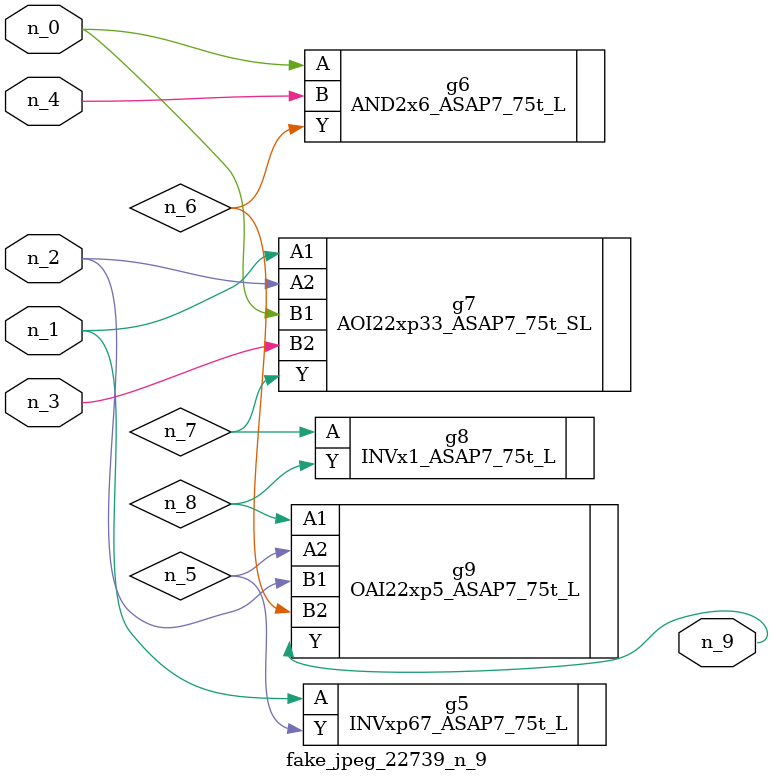
<source format=v>
module fake_jpeg_22739_n_9 (n_3, n_2, n_1, n_0, n_4, n_9);

input n_3;
input n_2;
input n_1;
input n_0;
input n_4;

output n_9;

wire n_8;
wire n_6;
wire n_5;
wire n_7;

INVxp67_ASAP7_75t_L g5 ( 
.A(n_1),
.Y(n_5)
);

AND2x6_ASAP7_75t_L g6 ( 
.A(n_0),
.B(n_4),
.Y(n_6)
);

AOI22xp33_ASAP7_75t_SL g7 ( 
.A1(n_1),
.A2(n_2),
.B1(n_0),
.B2(n_3),
.Y(n_7)
);

INVx1_ASAP7_75t_L g8 ( 
.A(n_7),
.Y(n_8)
);

OAI22xp5_ASAP7_75t_L g9 ( 
.A1(n_8),
.A2(n_5),
.B1(n_2),
.B2(n_6),
.Y(n_9)
);


endmodule
</source>
